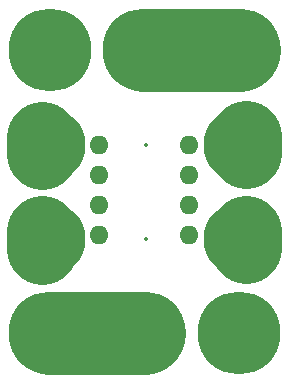
<source format=gbl>
%TF.GenerationSoftware,KiCad,Pcbnew,4.0.7-e2-6376~58~ubuntu16.04.1*%
%TF.CreationDate,2017-10-07T13:13:07-07:00*%
%TF.ProjectId,3x4-ATtiny85-8DIP-Breakout,3378342D415474696E7938352D384449,1.0*%
%TF.FileFunction,Copper,L2,Bot,Signal*%
%FSLAX46Y46*%
G04 Gerber Fmt 4.6, Leading zero omitted, Abs format (unit mm)*
G04 Created by KiCad (PCBNEW 4.0.7-e2-6376~58~ubuntu16.04.1) date Sat Oct  7 13:13:07 2017*
%MOMM*%
%LPD*%
G01*
G04 APERTURE LIST*
%ADD10C,0.350000*%
%ADD11C,6.000000*%
%ADD12C,7.000000*%
%ADD13O,1.600000X1.600000*%
%ADD14C,7.000000*%
%ADD15C,6.000000*%
%ADD16C,0.350000*%
G04 APERTURE END LIST*
D10*
D11*
X3634200Y-62509400D02*
X3634200Y-63969900D01*
D12*
X4269200Y-79146400D02*
X12269200Y-79146400D01*
X12270200Y-55143400D02*
X20270200Y-55143400D01*
D11*
X3634200Y-70510400D02*
X3634200Y-71970900D01*
X20906200Y-71907400D02*
X20906200Y-70446900D01*
X20906200Y-63906400D02*
X20906200Y-62445900D01*
D13*
X8396200Y-63146400D03*
X8396200Y-65686400D03*
X8396200Y-68226400D03*
X8396200Y-70766400D03*
X16016200Y-70766400D03*
X16016200Y-68226400D03*
X16016200Y-65686400D03*
X16016200Y-63146400D03*
D14*
X4269200Y-79146400D03*
D15*
X4269200Y-63146400D03*
X4269200Y-71146400D03*
D14*
X12269200Y-79146400D03*
X4269200Y-55146400D03*
D15*
X20269200Y-63146400D03*
D14*
X20269200Y-79146400D03*
D15*
X20269200Y-71146400D03*
D14*
X20269200Y-55146400D03*
X12269200Y-55146400D03*
D16*
X8396200Y-63146400D03*
X8396200Y-65686400D03*
X8396200Y-68226400D03*
X8396200Y-70766400D03*
X16016200Y-70766400D03*
X16016200Y-68226400D03*
X16016200Y-65686400D03*
X16016200Y-63146400D03*
X4269200Y-79146400D03*
X12396200Y-63146400D03*
X4269200Y-63146400D03*
X4269200Y-71146400D03*
X12396200Y-71146400D03*
X12269200Y-79146400D03*
X4269200Y-55146400D03*
X20269200Y-63146400D03*
X20269200Y-79146400D03*
X20269200Y-71146400D03*
X20269200Y-55146400D03*
X12269200Y-55146400D03*
M02*

</source>
